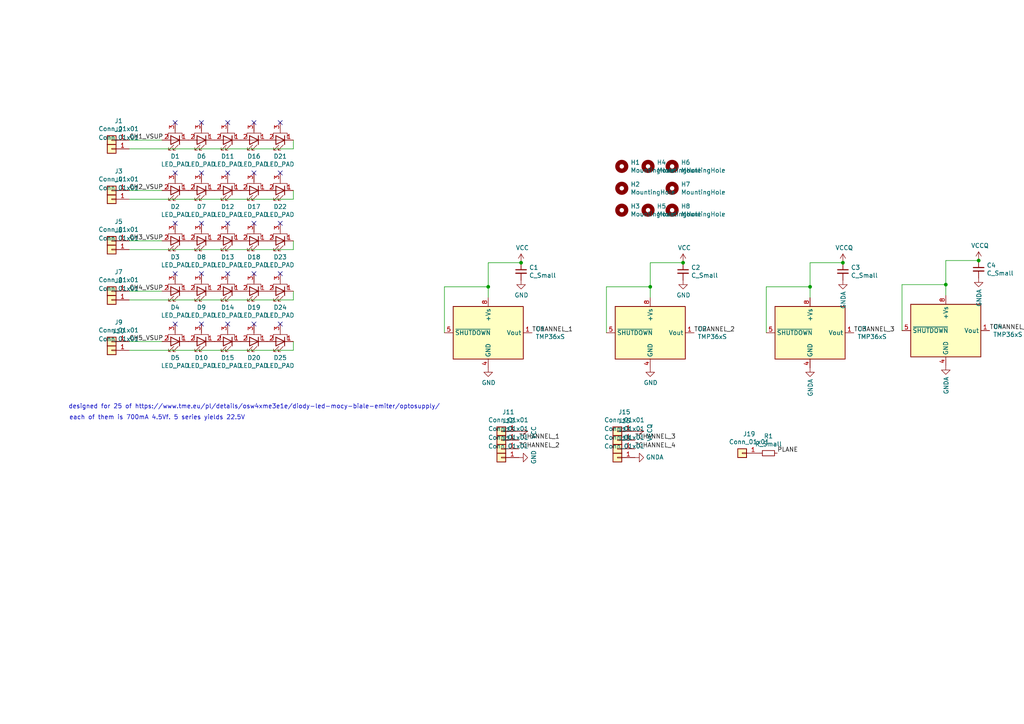
<source format=kicad_sch>
(kicad_sch (version 20201015) (generator eeschema)
  (paper "A4")
  (lib_symbols
    (symbol "Connector_Generic:Conn_01x01" (pin_names (offset 1.016) hide)
      (property "Reference" "J" (at 0 2.54 0))
      (property "Value" "Conn_01x01" (at 0 -2.54 0))
      (symbol "Conn_01x01_1_1"
        (rectangle (start -1.27 0.127) (end 0 -0.127) (stroke (width 0.1524)))
        (rectangle (start -1.27 1.27) (end 1.27 -1.27) (stroke (width 0.254)) (fill (type background)))
        (pin passive line (at -5.08 0 0) (length 3.81) (name "Pin_1") (number "1"))
      )
    )
    (symbol "Device:C_Small" (pin_numbers hide) (pin_names (offset 0.254) hide)
      (property "Reference" "C" (at 0.254 1.778 0))
      (property "Value" "C_Small" (at 0.254 -2.032 0))
      (symbol "C_Small_0_1"
        (polyline (pts (xy -1.524 -0.508) (xy 1.524 -0.508)) (stroke (width 0.3302)))
        (polyline (pts (xy -1.524 0.508) (xy 1.524 0.508)) (stroke (width 0.3048)))
      )
      (symbol "C_Small_1_1"
        (pin passive line (at 0 2.54 270) (length 2.032) (name "~") (number "1"))
        (pin passive line (at 0 -2.54 90) (length 2.032) (name "~") (number "2"))
      )
    )
    (symbol "Device:LED_PAD" (pin_names (offset 1.016) hide)
      (property "Reference" "D" (at 0 5.715 0))
      (property "Value" "LED_PAD" (at 0 3.81 0))
      (symbol "LED_PAD_0_1"
        (polyline (pts (xy -1.27 -1.27) (xy -1.27 1.27)) (stroke (width 0.254)))
        (polyline (pts (xy -1.27 0) (xy 1.27 0)))
        (polyline (pts (xy 0 -2.54) (xy 0 -2.032)))
        (polyline (pts (xy -2.032 -0.508) (xy -2.032 -2.032) (xy 2.032 -2.032) (xy 2.032 -0.508)))
        (polyline (pts (xy 1.27 -1.27) (xy 1.27 1.27) (xy -1.27 0) (xy 1.27 -1.27)) (stroke (width 0.254)))
        (polyline (pts (xy -0.889 1.397) (xy 0.635 2.921) (xy -0.127 2.921) (xy 0.635 2.921) (xy 0.635 2.159)))
        (polyline (pts (xy 0.381 1.397) (xy 1.905 2.921) (xy 1.143 2.921) (xy 1.905 2.921) (xy 1.905 2.159)))
      )
      (symbol "LED_PAD_1_1"
        (pin passive line (at -3.81 0 0) (length 2.54) (name "K") (number "1"))
        (pin passive line (at 3.81 0 180) (length 2.54) (name "A") (number "2"))
        (pin passive line (at 0 -5.08 90) (length 2.54) (name "PAD") (number "3"))
      )
    )
    (symbol "Device:R_Small" (pin_numbers hide) (pin_names (offset 0.254) hide)
      (property "Reference" "R" (at 0.762 0.508 0))
      (property "Value" "R_Small" (at 0.762 -1.016 0))
      (symbol "R_Small_0_1"
        (rectangle (start -0.762 1.778) (end 0.762 -1.778) (stroke (width 0.2032)))
      )
      (symbol "R_Small_1_1"
        (pin passive line (at 0 2.54 270) (length 0.762) (name "~") (number "1"))
        (pin passive line (at 0 -2.54 90) (length 0.762) (name "~") (number "2"))
      )
    )
    (symbol "Mechanical:MountingHole" (pin_names (offset 1.016))
      (property "Reference" "H" (at 0 5.08 0))
      (property "Value" "MountingHole" (at 0 3.175 0))
      (symbol "MountingHole_0_1"
        (circle (center 0 0) (radius 1.27) (stroke (width 1.27)))
      )
    )
    (symbol "Sensor_Temperature:TMP36xS"
      (property "Reference" "U" (at -8.89 8.89 0))
      (property "Value" "TMP36xS" (at 6.35 -8.89 0))
      (symbol "TMP36xS_0_1"
        (rectangle (start -10.16 7.62) (end 10.16 -7.62) (stroke (width 0.254)) (fill (type background)))
      )
      (symbol "TMP36xS_1_1"
        (pin output line (at 12.7 0 180) (length 2.54) (name "Vout") (number "1"))
        (pin power_in line (at 0 -10.16 90) (length 2.54) (name "GND") (number "4"))
        (pin input line (at -12.7 0 0) (length 2.54) (name "~SHUTDOWN") (number "5"))
        (pin power_in line (at 0 10.16 270) (length 2.54) (name "+Vs") (number "8"))
      )
    )
    (symbol "power:GND" (power) (pin_names (offset 0))
      (property "Value" "GND" (at 0 -3.81 0))
      (symbol "GND_0_1"
        (polyline (pts (xy 0 0) (xy 0 -1.27) (xy 1.27 -1.27) (xy 0 -2.54) (xy -1.27 -1.27) (xy 0 -1.27)))
      )
      (symbol "GND_1_1"
        (pin power_in line (at 0 0 270) (length 0) hide (name "GND") (number "1"))
      )
    )
    (symbol "power:GNDA" (power) (pin_names (offset 0))
      (property "Value" "GNDA" (at 0 -3.81 0))
      (symbol "GNDA_0_1"
        (polyline (pts (xy 0 0) (xy 0 -1.27) (xy 1.27 -1.27) (xy 0 -2.54) (xy -1.27 -1.27) (xy 0 -1.27)))
      )
      (symbol "GNDA_1_1"
        (pin power_in line (at 0 0 270) (length 0) hide (name "GNDA") (number "1"))
      )
    )
    (symbol "power:VCC" (power) (pin_names (offset 0))
      (property "Value" "VCC" (at 0 3.81 0))
      (symbol "VCC_0_1"
        (polyline (pts (xy -0.762 1.27) (xy 0 2.54)))
        (polyline (pts (xy 0 0) (xy 0 2.54)))
        (polyline (pts (xy 0 2.54) (xy 0.762 1.27)))
      )
      (symbol "VCC_1_1"
        (pin power_in line (at 0 0 90) (length 0) hide (name "VCC") (number "1"))
      )
    )
    (symbol "power:VCCQ" (power) (pin_names (offset 0))
      (property "Value" "VCCQ" (at 0 3.81 0))
      (symbol "VCCQ_0_1"
        (polyline (pts (xy -0.762 1.27) (xy 0 2.54)))
        (polyline (pts (xy 0 0) (xy 0 2.54)))
        (polyline (pts (xy 0 2.54) (xy 0.762 1.27)))
      )
      (symbol "VCCQ_1_1"
        (pin power_in line (at 0 0 90) (length 0) hide (name "VCCQ") (number "1"))
      )
    )
  )
  (junction (at 141.605 83.185) (diameter 0.9144))
  (junction (at 151.13 76.2) (diameter 0.9144))
  (junction (at 188.595 83.185) (diameter 0.9144))
  (junction (at 198.12 76.2) (diameter 0.9144))
  (junction (at 234.95 83.185) (diameter 0.9144))
  (junction (at 244.475 76.2) (diameter 0.9144))
  (junction (at 274.32 82.55) (diameter 0.9144))
  (junction (at 283.845 75.565) (diameter 0.9144))
  (no_connect (at 81.28 93.98))
  (no_connect (at 58.42 64.77))
  (no_connect (at 58.42 79.375))
  (no_connect (at 58.42 93.98))
  (no_connect (at 66.04 93.98))
  (no_connect (at 50.8 79.375))
  (no_connect (at 81.28 50.165))
  (no_connect (at 58.42 50.165))
  (no_connect (at 66.04 64.77))
  (no_connect (at 73.66 64.77))
  (no_connect (at 73.66 79.375))
  (no_connect (at 66.04 79.375))
  (no_connect (at 50.8 50.165))
  (no_connect (at 50.8 35.56))
  (no_connect (at 58.42 35.56))
  (no_connect (at 66.04 35.56))
  (no_connect (at 73.66 35.56))
  (no_connect (at 81.28 35.56))
  (no_connect (at 50.8 93.98))
  (no_connect (at 50.8 64.77))
  (no_connect (at 81.28 64.77))
  (no_connect (at 73.66 93.98))
  (no_connect (at 81.28 79.375))
  (no_connect (at 66.04 50.165))
  (no_connect (at 73.66 50.165))
  (wire (pts (xy 37.465 40.64) (xy 46.99 40.64)))
  (wire (pts (xy 37.465 43.18) (xy 85.09 43.18)))
  (wire (pts (xy 37.465 55.245) (xy 46.99 55.245)))
  (wire (pts (xy 37.465 57.785) (xy 85.09 57.785)))
  (wire (pts (xy 37.465 69.85) (xy 46.99 69.85)))
  (wire (pts (xy 37.465 72.39) (xy 85.09 72.39)))
  (wire (pts (xy 37.465 84.455) (xy 46.99 84.455)))
  (wire (pts (xy 37.465 86.995) (xy 85.09 86.995)))
  (wire (pts (xy 37.465 99.06) (xy 46.99 99.06)))
  (wire (pts (xy 37.465 101.6) (xy 85.09 101.6)))
  (wire (pts (xy 85.09 40.64) (xy 85.09 43.18)))
  (wire (pts (xy 85.09 55.245) (xy 85.09 57.785)))
  (wire (pts (xy 85.09 69.85) (xy 85.09 72.39)))
  (wire (pts (xy 85.09 84.455) (xy 85.09 86.995)))
  (wire (pts (xy 85.09 99.06) (xy 85.09 101.6)))
  (wire (pts (xy 128.905 83.185) (xy 141.605 83.185)))
  (wire (pts (xy 128.905 96.52) (xy 128.905 83.185)))
  (wire (pts (xy 141.605 76.2) (xy 151.13 76.2)))
  (wire (pts (xy 141.605 83.185) (xy 141.605 76.2)))
  (wire (pts (xy 141.605 86.36) (xy 141.605 83.185)))
  (wire (pts (xy 175.895 83.185) (xy 188.595 83.185)))
  (wire (pts (xy 175.895 96.52) (xy 175.895 83.185)))
  (wire (pts (xy 188.595 76.2) (xy 198.12 76.2)))
  (wire (pts (xy 188.595 83.185) (xy 188.595 76.2)))
  (wire (pts (xy 188.595 86.36) (xy 188.595 83.185)))
  (wire (pts (xy 222.25 83.185) (xy 234.95 83.185)))
  (wire (pts (xy 222.25 96.52) (xy 222.25 83.185)))
  (wire (pts (xy 234.95 76.2) (xy 244.475 76.2)))
  (wire (pts (xy 234.95 83.185) (xy 234.95 76.2)))
  (wire (pts (xy 234.95 86.36) (xy 234.95 83.185)))
  (wire (pts (xy 261.62 82.55) (xy 274.32 82.55)))
  (wire (pts (xy 261.62 95.885) (xy 261.62 82.55)))
  (wire (pts (xy 274.32 75.565) (xy 283.845 75.565)))
  (wire (pts (xy 274.32 82.55) (xy 274.32 75.565)))
  (wire (pts (xy 274.32 85.725) (xy 274.32 82.55)))
  (text "each of them is 700mA 4.5Vf. 5 series yields 22.5V" (at 71.12 121.92 0) (effects (font (size 1.27 1.27)) (justify right bottom)))
  (text "designed for 25 of https://www.tme.eu/pl/details/osw4xme3e1e/diody-led-mocy-biale-emiter/optosupply/" (at 127.635 118.745 0) (effects (font (size 1.27 1.27)) (justify right bottom)))
  (label "CH1_VSUP" (at 37.465 40.64 0))
  (label "CH2_VSUP" (at 37.465 55.245 0))
  (label "CH3_VSUP" (at 37.465 69.85 0))
  (label "CH4_VSUP" (at 37.465 84.455 0))
  (label "CH5_VSUP" (at 37.465 99.06 0))
  (label "TCHANNEL_1" (at 150.495 127.635 0))
  (label "TCHANNEL_2" (at 150.495 130.175 0))
  (label "TCHANNEL_1" (at 154.305 96.52 0))
  (label "TCHANNEL_3" (at 184.15 127.635 0))
  (label "TCHANNEL_4" (at 184.15 130.175 0))
  (label "TCHANNEL_2" (at 201.295 96.52 0))
  (label "PLANE" (at 225.425 131.445 0))
  (label "TCHANNEL_3" (at 247.65 96.52 0))
  (label "TCHANNEL_4" (at 287.02 95.885 0))
  (symbol (lib_id "power:VCC") (at 150.495 125.095 270) (unit 1)
    (property "Reference" "#PWR0113" (effects hide))
    (property "Value" "VCC" (at 154.8194 125.4633 0))
  )
  (symbol (lib_id "power:VCC") (at 151.13 76.2 0) (unit 1)
    (property "Reference" "#PWR0101" (effects hide))
    (property "Value" "VCC" (at 151.4983 71.8756 0))
  )
  (symbol (lib_id "power:VCCQ") (at 184.15 125.095 270) (unit 1)
    (property "Reference" "#PWR0115" (effects hide))
    (property "Value" "VCCQ" (at 188.4744 125.4633 0))
  )
  (symbol (lib_id "power:VCC") (at 198.12 76.2 0) (unit 1)
    (property "Reference" "#PWR0105" (effects hide))
    (property "Value" "VCC" (at 198.4883 71.8756 0))
  )
  (symbol (lib_id "power:VCCQ") (at 244.475 76.2 0) (unit 1)
    (property "Reference" "#PWR0107" (effects hide))
    (property "Value" "VCCQ" (at 244.8433 71.8756 0))
  )
  (symbol (lib_id "power:VCCQ") (at 283.845 75.565 0) (unit 1)
    (property "Reference" "#PWR0110" (effects hide))
    (property "Value" "VCCQ" (at 284.2133 71.2406 0))
  )
  (symbol (lib_id "power:GND") (at 141.605 106.68 0) (unit 1)
    (property "Reference" "#PWR0102" (effects hide))
    (property "Value" "GND" (at 141.7193 111.0044 0))
  )
  (symbol (lib_id "power:GND") (at 150.495 132.715 90) (unit 1)
    (property "Reference" "#PWR0114" (effects hide))
    (property "Value" "GND" (at 154.8194 132.6007 0))
  )
  (symbol (lib_id "power:GND") (at 151.13 81.28 0) (unit 1)
    (property "Reference" "#PWR0103" (effects hide))
    (property "Value" "GND" (at 151.2443 85.6044 0))
  )
  (symbol (lib_id "power:GNDA") (at 184.15 132.715 90) (unit 1)
    (property "Reference" "#PWR0116" (effects hide))
    (property "Value" "GNDA" (at 187.3251 132.6007 90) (effects (justify right)))
  )
  (symbol (lib_id "power:GND") (at 188.595 106.68 0) (unit 1)
    (property "Reference" "#PWR0112" (effects hide))
    (property "Value" "GND" (at 188.7093 111.0044 0))
  )
  (symbol (lib_id "power:GND") (at 198.12 81.28 0) (unit 1)
    (property "Reference" "#PWR0104" (effects hide))
    (property "Value" "GND" (at 198.2343 85.6044 0))
  )
  (symbol (lib_id "power:GNDA") (at 234.95 106.68 0) (unit 1)
    (property "Reference" "#PWR0106" (effects hide))
    (property "Value" "GNDA" (at 235.0643 109.8551 90) (effects (justify right)))
  )
  (symbol (lib_id "power:GNDA") (at 244.475 81.28 0) (unit 1)
    (property "Reference" "#PWR0109" (effects hide))
    (property "Value" "GNDA" (at 244.5893 84.4551 90) (effects (justify right)))
  )
  (symbol (lib_id "power:GNDA") (at 274.32 106.045 0) (unit 1)
    (property "Reference" "#PWR0108" (effects hide))
    (property "Value" "GNDA" (at 274.4343 109.2201 90) (effects (justify right)))
  )
  (symbol (lib_id "power:GNDA") (at 283.845 80.645 0) (unit 1)
    (property "Reference" "#PWR0111" (effects hide))
    (property "Value" "GNDA" (at 283.9593 83.8201 90) (effects (justify right)))
  )
  (symbol (lib_id "Device:R_Small") (at 222.885 131.445 90) (unit 1)
    (property "Reference" "R1" (at 222.885 126.4982 90))
    (property "Value" "R_Small" (at 222.885 128.7969 90))
    (property "Footprint" "Resistor_SMD:R_0603_1608Metric_Pad0.98x0.95mm_HandSolder" (effects hide))
  )
  (symbol (lib_id "Mechanical:MountingHole") (at 180.34 48.26 0) (unit 1)
    (property "Reference" "H1" (at 182.8801 47.1106 0) (effects (justify left)))
    (property "Value" "MountingHole" (at 182.8801 49.4093 0) (effects (justify left)))
    (property "Footprint" "MountingHole:MountingHole_3.5mm" (effects hide))
  )
  (symbol (lib_id "Mechanical:MountingHole") (at 180.34 54.61 0) (unit 1)
    (property "Reference" "H2" (at 182.8801 53.4606 0) (effects (justify left)))
    (property "Value" "MountingHole" (at 182.8801 55.7593 0) (effects (justify left)))
    (property "Footprint" "MountingHole:MountingHole_3.5mm" (effects hide))
  )
  (symbol (lib_id "Mechanical:MountingHole") (at 180.34 60.96 0) (unit 1)
    (property "Reference" "H3" (at 182.8801 59.8106 0) (effects (justify left)))
    (property "Value" "MountingHole" (at 182.8801 62.1093 0) (effects (justify left)))
    (property "Footprint" "MountingHole:MountingHole_3.5mm" (effects hide))
  )
  (symbol (lib_id "Mechanical:MountingHole") (at 187.96 48.26 0) (unit 1)
    (property "Reference" "H4" (at 190.5001 47.1106 0) (effects (justify left)))
    (property "Value" "MountingHole" (at 190.5001 49.4093 0) (effects (justify left)))
    (property "Footprint" "MountingHole:MountingHole_3.5mm" (effects hide))
  )
  (symbol (lib_id "Mechanical:MountingHole") (at 187.96 60.96 0) (unit 1)
    (property "Reference" "H5" (at 190.5001 59.8106 0) (effects (justify left)))
    (property "Value" "MountingHole" (at 190.5001 62.1093 0) (effects (justify left)))
    (property "Footprint" "MountingHole:MountingHole_3.5mm" (effects hide))
  )
  (symbol (lib_id "Mechanical:MountingHole") (at 194.945 48.26 0) (unit 1)
    (property "Reference" "H6" (at 197.4851 47.1106 0) (effects (justify left)))
    (property "Value" "MountingHole" (at 197.4851 49.4093 0) (effects (justify left)))
    (property "Footprint" "MountingHole:MountingHole_3.5mm" (effects hide))
  )
  (symbol (lib_id "Mechanical:MountingHole") (at 194.945 54.61 0) (unit 1)
    (property "Reference" "H7" (at 197.4851 53.4606 0) (effects (justify left)))
    (property "Value" "MountingHole" (at 197.4851 55.7593 0) (effects (justify left)))
    (property "Footprint" "MountingHole:MountingHole_3.5mm" (effects hide))
  )
  (symbol (lib_id "Mechanical:MountingHole") (at 194.945 60.96 0) (unit 1)
    (property "Reference" "H8" (at 197.4851 59.8106 0) (effects (justify left)))
    (property "Value" "MountingHole" (at 197.4851 62.1093 0) (effects (justify left)))
    (property "Footprint" "MountingHole:MountingHole_3.5mm" (effects hide))
  )
  (symbol (lib_id "Device:C_Small") (at 151.13 78.74 0) (unit 1)
    (property "Reference" "C1" (at 153.4542 77.5906 0) (effects (justify left)))
    (property "Value" "C_Small" (at 153.4542 79.8893 0) (effects (justify left)))
    (property "Footprint" "Capacitor_SMD:C_1206_3216Metric_Pad1.33x1.80mm_HandSolder" (effects hide))
  )
  (symbol (lib_id "Device:C_Small") (at 198.12 78.74 0) (unit 1)
    (property "Reference" "C2" (at 200.4442 77.5906 0) (effects (justify left)))
    (property "Value" "C_Small" (at 200.4442 79.8893 0) (effects (justify left)))
    (property "Footprint" "Capacitor_SMD:C_1206_3216Metric_Pad1.33x1.80mm_HandSolder" (effects hide))
  )
  (symbol (lib_id "Device:C_Small") (at 244.475 78.74 0) (unit 1)
    (property "Reference" "C3" (at 246.7992 77.5906 0) (effects (justify left)))
    (property "Value" "C_Small" (at 246.7992 79.8893 0) (effects (justify left)))
    (property "Footprint" "Capacitor_SMD:C_1206_3216Metric_Pad1.33x1.80mm_HandSolder" (effects hide))
  )
  (symbol (lib_id "Device:C_Small") (at 283.845 78.105 0) (unit 1)
    (property "Reference" "C4" (at 286.1692 76.9556 0) (effects (justify left)))
    (property "Value" "C_Small" (at 286.1692 79.2543 0) (effects (justify left)))
    (property "Footprint" "Capacitor_SMD:C_1206_3216Metric_Pad1.33x1.80mm_HandSolder" (effects hide))
  )
  (symbol (lib_id "Connector_Generic:Conn_01x01") (at 32.385 40.64 180) (unit 1)
    (property "Reference" "J1" (at 34.417 35.0582 0))
    (property "Value" "Conn_01x01" (at 34.417 37.3569 0))
    (property "Footprint" "TestPoint:TestPoint_Pad_D3.0mm" (effects hide))
  )
  (symbol (lib_id "Connector_Generic:Conn_01x01") (at 32.385 43.18 180) (unit 1)
    (property "Reference" "J2" (at 34.417 37.5982 0))
    (property "Value" "Conn_01x01" (at 34.417 39.8969 0))
    (property "Footprint" "TestPoint:TestPoint_Pad_D3.0mm" (effects hide))
  )
  (symbol (lib_id "Connector_Generic:Conn_01x01") (at 32.385 55.245 180) (unit 1)
    (property "Reference" "J3" (at 34.417 49.6632 0))
    (property "Value" "Conn_01x01" (at 34.417 51.9619 0))
    (property "Footprint" "TestPoint:TestPoint_Pad_D3.0mm" (effects hide))
  )
  (symbol (lib_id "Connector_Generic:Conn_01x01") (at 32.385 57.785 180) (unit 1)
    (property "Reference" "J4" (at 34.417 52.2032 0))
    (property "Value" "Conn_01x01" (at 34.417 54.5019 0))
    (property "Footprint" "TestPoint:TestPoint_Pad_D3.0mm" (effects hide))
  )
  (symbol (lib_id "Connector_Generic:Conn_01x01") (at 32.385 69.85 180) (unit 1)
    (property "Reference" "J5" (at 34.417 64.2682 0))
    (property "Value" "Conn_01x01" (at 34.417 66.5669 0))
    (property "Footprint" "TestPoint:TestPoint_Pad_D3.0mm" (effects hide))
  )
  (symbol (lib_id "Connector_Generic:Conn_01x01") (at 32.385 72.39 180) (unit 1)
    (property "Reference" "J6" (at 34.417 66.8082 0))
    (property "Value" "Conn_01x01" (at 34.417 69.1069 0))
    (property "Footprint" "TestPoint:TestPoint_Pad_D3.0mm" (effects hide))
  )
  (symbol (lib_id "Connector_Generic:Conn_01x01") (at 32.385 84.455 180) (unit 1)
    (property "Reference" "J7" (at 34.417 78.8732 0))
    (property "Value" "Conn_01x01" (at 34.417 81.1719 0))
    (property "Footprint" "TestPoint:TestPoint_Pad_D3.0mm" (effects hide))
  )
  (symbol (lib_id "Connector_Generic:Conn_01x01") (at 32.385 86.995 180) (unit 1)
    (property "Reference" "J8" (at 34.417 81.4132 0))
    (property "Value" "Conn_01x01" (at 34.417 83.7119 0))
    (property "Footprint" "TestPoint:TestPoint_Pad_D3.0mm" (effects hide))
  )
  (symbol (lib_id "Connector_Generic:Conn_01x01") (at 32.385 99.06 180) (unit 1)
    (property "Reference" "J9" (at 34.417 93.4782 0))
    (property "Value" "Conn_01x01" (at 34.417 95.7769 0))
    (property "Footprint" "TestPoint:TestPoint_Pad_D3.0mm" (effects hide))
  )
  (symbol (lib_id "Connector_Generic:Conn_01x01") (at 32.385 101.6 180) (unit 1)
    (property "Reference" "J10" (at 34.417 96.0182 0))
    (property "Value" "Conn_01x01" (at 34.417 98.3169 0))
    (property "Footprint" "TestPoint:TestPoint_Pad_D3.0mm" (effects hide))
  )
  (symbol (lib_id "Connector_Generic:Conn_01x01") (at 145.415 125.095 180) (unit 1)
    (property "Reference" "J11" (at 147.447 119.5132 0))
    (property "Value" "Conn_01x01" (at 147.447 121.8119 0))
    (property "Footprint" "TestPoint:TestPoint_Pad_D3.0mm" (effects hide))
  )
  (symbol (lib_id "Connector_Generic:Conn_01x01") (at 145.415 127.635 180) (unit 1)
    (property "Reference" "J12" (at 147.447 122.0532 0))
    (property "Value" "Conn_01x01" (at 147.447 124.3519 0))
    (property "Footprint" "TestPoint:TestPoint_Pad_D3.0mm" (effects hide))
  )
  (symbol (lib_id "Connector_Generic:Conn_01x01") (at 145.415 130.175 180) (unit 1)
    (property "Reference" "J13" (at 147.447 124.5932 0))
    (property "Value" "Conn_01x01" (at 147.447 126.8919 0))
    (property "Footprint" "TestPoint:TestPoint_Pad_D3.0mm" (effects hide))
  )
  (symbol (lib_id "Connector_Generic:Conn_01x01") (at 145.415 132.715 180) (unit 1)
    (property "Reference" "J14" (at 147.447 127.1332 0))
    (property "Value" "Conn_01x01" (at 147.447 129.4319 0))
    (property "Footprint" "TestPoint:TestPoint_Pad_D3.0mm" (effects hide))
  )
  (symbol (lib_id "Connector_Generic:Conn_01x01") (at 179.07 125.095 180) (unit 1)
    (property "Reference" "J15" (at 181.102 119.5132 0))
    (property "Value" "Conn_01x01" (at 181.102 121.8119 0))
    (property "Footprint" "TestPoint:TestPoint_Pad_D3.0mm" (effects hide))
  )
  (symbol (lib_id "Connector_Generic:Conn_01x01") (at 179.07 127.635 180) (unit 1)
    (property "Reference" "J16" (at 181.102 122.0532 0))
    (property "Value" "Conn_01x01" (at 181.102 124.3519 0))
    (property "Footprint" "TestPoint:TestPoint_Pad_D3.0mm" (effects hide))
  )
  (symbol (lib_id "Connector_Generic:Conn_01x01") (at 179.07 130.175 180) (unit 1)
    (property "Reference" "J17" (at 181.102 124.5932 0))
    (property "Value" "Conn_01x01" (at 181.102 126.8919 0))
    (property "Footprint" "TestPoint:TestPoint_Pad_D3.0mm" (effects hide))
  )
  (symbol (lib_id "Connector_Generic:Conn_01x01") (at 179.07 132.715 180) (unit 1)
    (property "Reference" "J18" (at 181.102 127.1332 0))
    (property "Value" "Conn_01x01" (at 181.102 129.4319 0))
    (property "Footprint" "TestPoint:TestPoint_Pad_D3.0mm" (effects hide))
  )
  (symbol (lib_id "Connector_Generic:Conn_01x01") (at 215.265 131.445 180) (unit 1)
    (property "Reference" "J19" (at 217.297 125.8632 0))
    (property "Value" "Conn_01x01" (at 217.297 128.1619 0))
    (property "Footprint" "TestPoint:TestPoint_Pad_D3.0mm" (effects hide))
  )
  (symbol (lib_id "Device:LED_PAD") (at 50.8 40.64 180) (unit 1)
    (property "Reference" "D1" (at 50.8 45.3454 0))
    (property "Value" "LED_PAD" (at 50.8 47.6441 0))
    (property "Footprint" "LED_SMD:LED_1W_3W_R8" (effects hide))
  )
  (symbol (lib_id "Device:LED_PAD") (at 50.8 55.245 180) (unit 1)
    (property "Reference" "D2" (at 50.8 59.9504 0))
    (property "Value" "LED_PAD" (at 50.8 62.2491 0))
    (property "Footprint" "LED_SMD:LED_1W_3W_R8" (effects hide))
  )
  (symbol (lib_id "Device:LED_PAD") (at 50.8 69.85 180) (unit 1)
    (property "Reference" "D3" (at 50.8 74.5554 0))
    (property "Value" "LED_PAD" (at 50.8 76.8541 0))
    (property "Footprint" "LED_SMD:LED_1W_3W_R8" (effects hide))
  )
  (symbol (lib_id "Device:LED_PAD") (at 50.8 84.455 180) (unit 1)
    (property "Reference" "D4" (at 50.8 89.1604 0))
    (property "Value" "LED_PAD" (at 50.8 91.4591 0))
    (property "Footprint" "LED_SMD:LED_1W_3W_R8" (effects hide))
  )
  (symbol (lib_id "Device:LED_PAD") (at 50.8 99.06 180) (unit 1)
    (property "Reference" "D5" (at 50.8 103.7654 0))
    (property "Value" "LED_PAD" (at 50.8 106.0641 0))
    (property "Footprint" "LED_SMD:LED_1W_3W_R8" (effects hide))
  )
  (symbol (lib_id "Device:LED_PAD") (at 58.42 40.64 180) (unit 1)
    (property "Reference" "D6" (at 58.42 45.3454 0))
    (property "Value" "LED_PAD" (at 58.42 47.6441 0))
    (property "Footprint" "LED_SMD:LED_1W_3W_R8" (effects hide))
  )
  (symbol (lib_id "Device:LED_PAD") (at 58.42 55.245 180) (unit 1)
    (property "Reference" "D7" (at 58.42 59.9504 0))
    (property "Value" "LED_PAD" (at 58.42 62.2491 0))
    (property "Footprint" "LED_SMD:LED_1W_3W_R8" (effects hide))
  )
  (symbol (lib_id "Device:LED_PAD") (at 58.42 69.85 180) (unit 1)
    (property "Reference" "D8" (at 58.42 74.5554 0))
    (property "Value" "LED_PAD" (at 58.42 76.8541 0))
    (property "Footprint" "LED_SMD:LED_1W_3W_R8" (effects hide))
  )
  (symbol (lib_id "Device:LED_PAD") (at 58.42 84.455 180) (unit 1)
    (property "Reference" "D9" (at 58.42 89.1604 0))
    (property "Value" "LED_PAD" (at 58.42 91.4591 0))
    (property "Footprint" "LED_SMD:LED_1W_3W_R8" (effects hide))
  )
  (symbol (lib_id "Device:LED_PAD") (at 58.42 99.06 180) (unit 1)
    (property "Reference" "D10" (at 58.42 103.7654 0))
    (property "Value" "LED_PAD" (at 58.42 106.0641 0))
    (property "Footprint" "LED_SMD:LED_1W_3W_R8" (effects hide))
  )
  (symbol (lib_id "Device:LED_PAD") (at 66.04 40.64 180) (unit 1)
    (property "Reference" "D11" (at 66.04 45.3454 0))
    (property "Value" "LED_PAD" (at 66.04 47.6441 0))
    (property "Footprint" "LED_SMD:LED_1W_3W_R8" (effects hide))
  )
  (symbol (lib_id "Device:LED_PAD") (at 66.04 55.245 180) (unit 1)
    (property "Reference" "D12" (at 66.04 59.9504 0))
    (property "Value" "LED_PAD" (at 66.04 62.2491 0))
    (property "Footprint" "LED_SMD:LED_1W_3W_R8" (effects hide))
  )
  (symbol (lib_id "Device:LED_PAD") (at 66.04 69.85 180) (unit 1)
    (property "Reference" "D13" (at 66.04 74.5554 0))
    (property "Value" "LED_PAD" (at 66.04 76.8541 0))
    (property "Footprint" "LED_SMD:LED_1W_3W_R8" (effects hide))
  )
  (symbol (lib_id "Device:LED_PAD") (at 66.04 84.455 180) (unit 1)
    (property "Reference" "D14" (at 66.04 89.1604 0))
    (property "Value" "LED_PAD" (at 66.04 91.4591 0))
    (property "Footprint" "LED_SMD:LED_1W_3W_R8" (effects hide))
  )
  (symbol (lib_id "Device:LED_PAD") (at 66.04 99.06 180) (unit 1)
    (property "Reference" "D15" (at 66.04 103.7654 0))
    (property "Value" "LED_PAD" (at 66.04 106.0641 0))
    (property "Footprint" "LED_SMD:LED_1W_3W_R8" (effects hide))
  )
  (symbol (lib_id "Device:LED_PAD") (at 73.66 40.64 180) (unit 1)
    (property "Reference" "D16" (at 73.66 45.3454 0))
    (property "Value" "LED_PAD" (at 73.66 47.6441 0))
    (property "Footprint" "LED_SMD:LED_1W_3W_R8" (effects hide))
  )
  (symbol (lib_id "Device:LED_PAD") (at 73.66 55.245 180) (unit 1)
    (property "Reference" "D17" (at 73.66 59.9504 0))
    (property "Value" "LED_PAD" (at 73.66 62.2491 0))
    (property "Footprint" "LED_SMD:LED_1W_3W_R8" (effects hide))
  )
  (symbol (lib_id "Device:LED_PAD") (at 73.66 69.85 180) (unit 1)
    (property "Reference" "D18" (at 73.66 74.5554 0))
    (property "Value" "LED_PAD" (at 73.66 76.8541 0))
    (property "Footprint" "LED_SMD:LED_1W_3W_R8" (effects hide))
  )
  (symbol (lib_id "Device:LED_PAD") (at 73.66 84.455 180) (unit 1)
    (property "Reference" "D19" (at 73.66 89.1604 0))
    (property "Value" "LED_PAD" (at 73.66 91.4591 0))
    (property "Footprint" "LED_SMD:LED_1W_3W_R8" (effects hide))
  )
  (symbol (lib_id "Device:LED_PAD") (at 73.66 99.06 180) (unit 1)
    (property "Reference" "D20" (at 73.66 103.7654 0))
    (property "Value" "LED_PAD" (at 73.66 106.0641 0))
    (property "Footprint" "LED_SMD:LED_1W_3W_R8" (effects hide))
  )
  (symbol (lib_id "Device:LED_PAD") (at 81.28 40.64 180) (unit 1)
    (property "Reference" "D21" (at 81.28 45.3454 0))
    (property "Value" "LED_PAD" (at 81.28 47.6441 0))
    (property "Footprint" "LED_SMD:LED_1W_3W_R8" (effects hide))
  )
  (symbol (lib_id "Device:LED_PAD") (at 81.28 55.245 180) (unit 1)
    (property "Reference" "D22" (at 81.28 59.9504 0))
    (property "Value" "LED_PAD" (at 81.28 62.2491 0))
    (property "Footprint" "LED_SMD:LED_1W_3W_R8" (effects hide))
  )
  (symbol (lib_id "Device:LED_PAD") (at 81.28 69.85 180) (unit 1)
    (property "Reference" "D23" (at 81.28 74.5554 0))
    (property "Value" "LED_PAD" (at 81.28 76.8541 0))
    (property "Footprint" "LED_SMD:LED_1W_3W_R8" (effects hide))
  )
  (symbol (lib_id "Device:LED_PAD") (at 81.28 84.455 180) (unit 1)
    (property "Reference" "D24" (at 81.28 89.1604 0))
    (property "Value" "LED_PAD" (at 81.28 91.4591 0))
    (property "Footprint" "LED_SMD:LED_1W_3W_R8" (effects hide))
  )
  (symbol (lib_id "Device:LED_PAD") (at 81.28 99.06 180) (unit 1)
    (property "Reference" "D25" (at 81.28 103.7654 0))
    (property "Value" "LED_PAD" (at 81.28 106.0641 0))
    (property "Footprint" "LED_SMD:LED_1W_3W_R8" (effects hide))
  )
  (symbol (lib_id "Sensor_Temperature:TMP36xS") (at 141.605 96.52 0) (unit 1)
    (property "Reference" "U1" (at 155.3211 95.3706 0) (effects (justify left)))
    (property "Value" "TMP36xS" (at 155.3211 97.6693 0) (effects (justify left)))
    (property "Footprint" "Package_SO:SOIC-8_3.9x4.9mm_P1.27mm" (effects hide))
    (property "Datasheet" "https://www.analog.com/media/en/technical-documentation/data-sheets/TMP35_36_37.pdf" (effects hide))
  )
  (symbol (lib_id "Sensor_Temperature:TMP36xS") (at 188.595 96.52 0) (unit 1)
    (property "Reference" "U2" (at 202.3111 95.3706 0) (effects (justify left)))
    (property "Value" "TMP36xS" (at 202.3111 97.6693 0) (effects (justify left)))
    (property "Footprint" "Package_SO:SOIC-8_3.9x4.9mm_P1.27mm" (effects hide))
    (property "Datasheet" "https://www.analog.com/media/en/technical-documentation/data-sheets/TMP35_36_37.pdf" (effects hide))
  )
  (symbol (lib_id "Sensor_Temperature:TMP36xS") (at 234.95 96.52 0) (unit 1)
    (property "Reference" "U3" (at 248.6661 95.3706 0) (effects (justify left)))
    (property "Value" "TMP36xS" (at 248.6661 97.6693 0) (effects (justify left)))
    (property "Footprint" "Package_SO:SOIC-8_3.9x4.9mm_P1.27mm" (effects hide))
    (property "Datasheet" "https://www.analog.com/media/en/technical-documentation/data-sheets/TMP35_36_37.pdf" (effects hide))
  )
  (symbol (lib_id "Sensor_Temperature:TMP36xS") (at 274.32 95.885 0) (unit 1)
    (property "Reference" "U4" (at 288.0361 94.7356 0) (effects (justify left)))
    (property "Value" "TMP36xS" (at 288.0361 97.0343 0) (effects (justify left)))
    (property "Footprint" "Package_SO:SOIC-8_3.9x4.9mm_P1.27mm" (effects hide))
    (property "Datasheet" "https://www.analog.com/media/en/technical-documentation/data-sheets/TMP35_36_37.pdf" (effects hide))
  )
)
</source>
